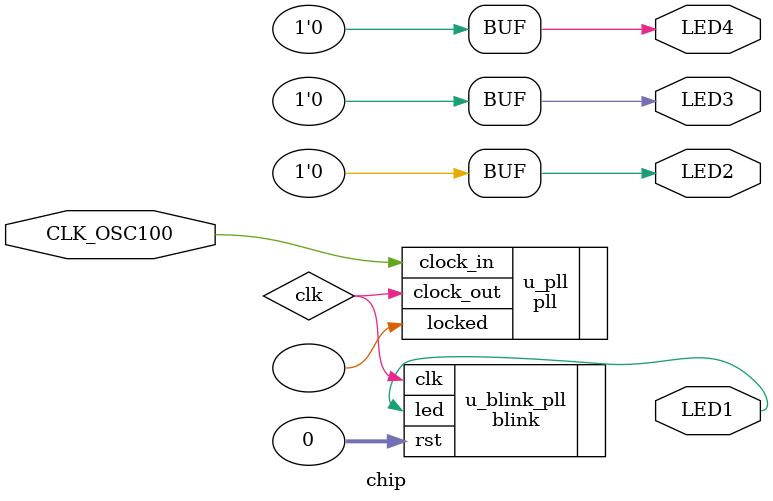
<source format=v>

module chip (
	// 100MHz clock input
	input  CLK_OSC100,

	output LED1,
	output LED2,
	output LED3,
	output LED4
	);

	assign LED2 = 0;
	assign LED3 = 0;
	assign LED4 = 0;

	wire clk;
	
	pll u_pll(
		.clock_in(CLK_OSC100),
		.clock_out(clk),
		.locked()
	);


	blink u_blink_pll (
		.clk(clk),
		.rst(0),
		.led(LED1)
	);

endmodule

</source>
